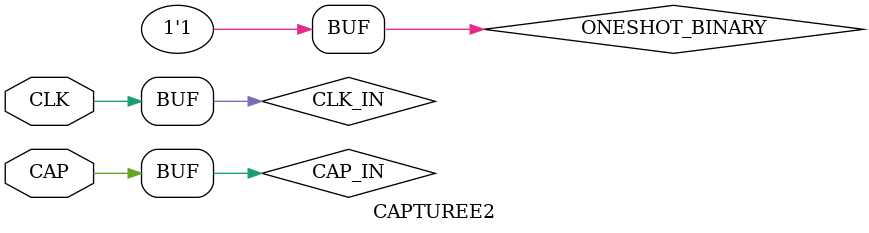
<source format=v>

`timescale 1 ps / 1 ps `celldefine

module CAPTUREE2 (
    CAP,
    CLK
);

  parameter ONESHOT = "TRUE";

`ifdef XIL_TIMING

  parameter LOC = "UNPLACED";

`endif


  input CAP;
  input CLK;

  reg [0:0] ONESHOT_BINARY;

  reg notifier;


  wire CAP_IN;
  wire CLK_IN;

  wire CAP_INDELAY;
  wire CLK_INDELAY;

  initial begin
    case (ONESHOT)
      "TRUE": ONESHOT_BINARY = 1'b1;
      "FALSE": ONESHOT_BINARY = 1'b0;
      default: begin
        $display(
            "Attribute Syntax Error : The Attribute ONESHOT on CAPTUREE2 instance %m is set to %s.  Legal values for this attribute are TRUE, or FALSE."
                , ONESHOT);
        #1 $finish;
      end
    endcase

  end


  buf B_CAP (CAP_IN, CAP);
  buf B_CLK (CLK_IN, CLK);

  specify

`ifdef XIL_TIMING $period (posedge CLK, 0: 0: 0, notifier);
    $setuphold (posedge CLK, negedge CAP, 0: 0: 0, 0: 0: 0, notifier,,, delay_CLK, delay_CAP);
    $setuphold (posedge CLK, posedge CAP, 0: 0: 0, 0: 0: 0, notifier,,, delay_CLK, delay_CAP);

`endif  //  `ifdef XIL_TIMING

  specparam PATHPULSE$ = 0; endspecify
endmodule

`endcelldefine

</source>
